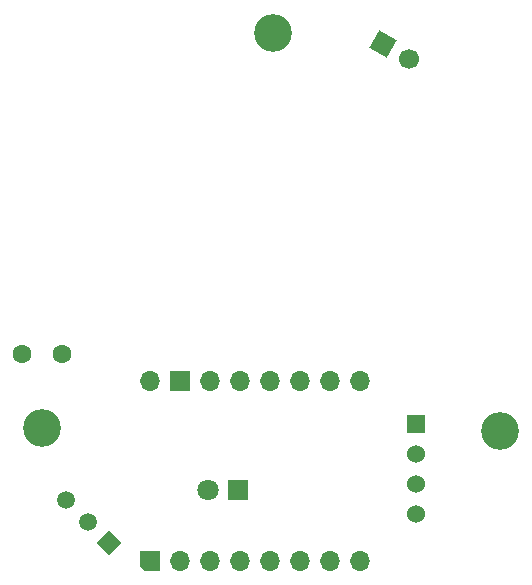
<source format=gbr>
%TF.GenerationSoftware,KiCad,Pcbnew,8.0.4*%
%TF.CreationDate,2024-07-24T16:54:55-04:00*%
%TF.ProjectId,esp32-wroom-table-lights,65737033-322d-4777-926f-6f6d2d746162,rev?*%
%TF.SameCoordinates,Original*%
%TF.FileFunction,Soldermask,Bot*%
%TF.FilePolarity,Negative*%
%FSLAX46Y46*%
G04 Gerber Fmt 4.6, Leading zero omitted, Abs format (unit mm)*
G04 Created by KiCad (PCBNEW 8.0.4) date 2024-07-24 16:54:55*
%MOMM*%
%LPD*%
G01*
G04 APERTURE LIST*
G04 Aperture macros list*
%AMHorizOval*
0 Thick line with rounded ends*
0 $1 width*
0 $2 $3 position (X,Y) of the first rounded end (center of the circle)*
0 $4 $5 position (X,Y) of the second rounded end (center of the circle)*
0 Add line between two ends*
20,1,$1,$2,$3,$4,$5,0*
0 Add two circle primitives to create the rounded ends*
1,1,$1,$2,$3*
1,1,$1,$4,$5*%
%AMRotRect*
0 Rectangle, with rotation*
0 The origin of the aperture is its center*
0 $1 length*
0 $2 width*
0 $3 Rotation angle, in degrees counterclockwise*
0 Add horizontal line*
21,1,$1,$2,0,0,$3*%
%AMOutline5P*
0 Free polygon, 5 corners , with rotation*
0 The origin of the aperture is its center*
0 number of corners: always 5*
0 $1 to $10 corner X, Y*
0 $11 Rotation angle, in degrees counterclockwise*
0 create outline with 5 corners*
4,1,5,$1,$2,$3,$4,$5,$6,$7,$8,$9,$10,$1,$2,$11*%
%AMOutline6P*
0 Free polygon, 6 corners , with rotation*
0 The origin of the aperture is its center*
0 number of corners: always 6*
0 $1 to $12 corner X, Y*
0 $13 Rotation angle, in degrees counterclockwise*
0 create outline with 6 corners*
4,1,6,$1,$2,$3,$4,$5,$6,$7,$8,$9,$10,$11,$12,$1,$2,$13*%
%AMOutline7P*
0 Free polygon, 7 corners , with rotation*
0 The origin of the aperture is its center*
0 number of corners: always 7*
0 $1 to $14 corner X, Y*
0 $15 Rotation angle, in degrees counterclockwise*
0 create outline with 7 corners*
4,1,7,$1,$2,$3,$4,$5,$6,$7,$8,$9,$10,$11,$12,$13,$14,$1,$2,$15*%
%AMOutline8P*
0 Free polygon, 8 corners , with rotation*
0 The origin of the aperture is its center*
0 number of corners: always 8*
0 $1 to $16 corner X, Y*
0 $17 Rotation angle, in degrees counterclockwise*
0 create outline with 8 corners*
4,1,8,$1,$2,$3,$4,$5,$6,$7,$8,$9,$10,$11,$12,$13,$14,$15,$16,$1,$2,$17*%
G04 Aperture macros list end*
%ADD10C,1.524000*%
%ADD11R,1.524000X1.524000*%
%ADD12O,1.700000X1.700000*%
%ADD13R,1.700000X1.700000*%
%ADD14Outline5P,-0.850000X0.425000X-0.425000X0.850000X0.850000X0.850000X0.850000X-0.850000X-0.850000X-0.850000X90.000000*%
%ADD15C,3.200000*%
%ADD16HorizOval,1.700000X0.000000X0.000000X0.000000X0.000000X0*%
%ADD17RotRect,1.700000X1.700000X60.000000*%
%ADD18C,1.500000*%
%ADD19RotRect,1.500000X1.500000X135.000000*%
%ADD20C,1.600000*%
%ADD21C,1.800000*%
%ADD22R,1.800000X1.800000*%
G04 APERTURE END LIST*
D10*
%TO.C,J1*%
X212225000Y-113020000D03*
X212225000Y-115560000D03*
X212225000Y-118100000D03*
D11*
X212225000Y-110480000D03*
%TD*%
D12*
%TO.C,U4*%
X189700000Y-106800000D03*
D13*
X192240000Y-106800000D03*
D12*
X194780000Y-106800000D03*
X197320000Y-106800000D03*
X199860000Y-106800000D03*
X202400000Y-106800000D03*
X204940000Y-106800000D03*
X207480000Y-106800000D03*
X207480000Y-122040000D03*
X204940001Y-122040000D03*
X202400000Y-122040000D03*
X199860000Y-122040000D03*
X197320000Y-122040000D03*
X194780000Y-122040000D03*
X192239999Y-122040000D03*
D14*
X189700000Y-122040000D03*
%TD*%
D15*
%TO.C,H2*%
X219350000Y-111000000D03*
%TD*%
D16*
%TO.C,J3*%
X211603654Y-79573948D03*
D17*
X209403949Y-78303948D03*
%TD*%
D15*
%TO.C,H2*%
X180551031Y-110813397D03*
%TD*%
D18*
%TO.C,Q1*%
X182603949Y-116903949D03*
X184400000Y-118700000D03*
D19*
X186196051Y-120496051D03*
%TD*%
D15*
%TO.C,H2*%
X200100000Y-77300000D03*
%TD*%
D20*
%TO.C,R7*%
X178850000Y-104475000D03*
X182250000Y-104475000D03*
%TD*%
D21*
%TO.C,D8*%
X194610000Y-116000000D03*
D22*
X197150000Y-116000000D03*
%TD*%
M02*

</source>
